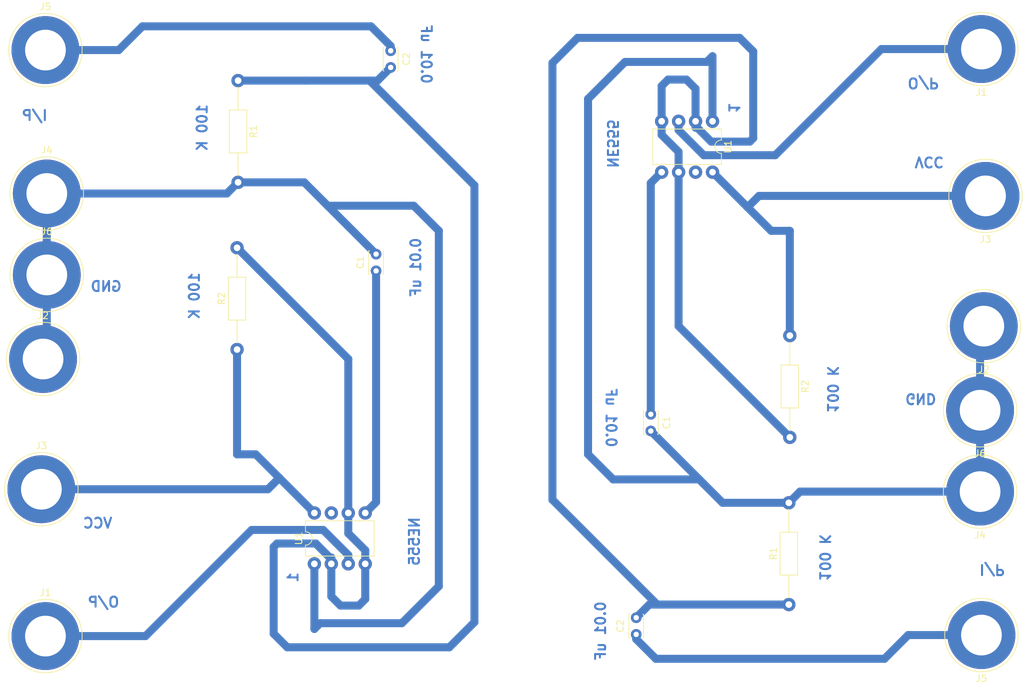
<source format=kicad_pcb>
(kicad_pcb (version 4) (host pcbnew 4.0.6)

  (general
    (links 37)
    (no_connects 7)
    (area 36.873399 29.379 190.710601 132.8238)
    (thickness 1.6)
    (drawings 31)
    (tracks 132)
    (zones 0)
    (modules 22)
    (nets 8)
  )

  (page A4)
  (layers
    (0 F.Cu signal)
    (31 B.Cu signal)
    (32 B.Adhes user)
    (33 F.Adhes user)
    (34 B.Paste user)
    (35 F.Paste user)
    (36 B.SilkS user)
    (37 F.SilkS user)
    (38 B.Mask user)
    (39 F.Mask user)
    (40 Dwgs.User user)
    (41 Cmts.User user)
    (42 Eco1.User user)
    (43 Eco2.User user)
    (44 Edge.Cuts user)
    (45 Margin user)
    (46 B.CrtYd user)
    (47 F.CrtYd user)
    (48 B.Fab user)
    (49 F.Fab user)
  )

  (setup
    (last_trace_width 1.2)
    (trace_clearance 0.43)
    (zone_clearance 0.508)
    (zone_45_only no)
    (trace_min 0.2)
    (segment_width 0.2)
    (edge_width 0.15)
    (via_size 0.6)
    (via_drill 0.4)
    (via_min_size 0.4)
    (via_min_drill 0.3)
    (uvia_size 0.3)
    (uvia_drill 0.1)
    (uvias_allowed no)
    (uvia_min_size 0.2)
    (uvia_min_drill 0.1)
    (pcb_text_width 0.3)
    (pcb_text_size 1.5 1.5)
    (mod_edge_width 0.15)
    (mod_text_size 1 1)
    (mod_text_width 0.15)
    (pad_size 2 2)
    (pad_drill 1)
    (pad_to_mask_clearance 0.3)
    (aux_axis_origin 0 0)
    (visible_elements 7FFFFFFF)
    (pcbplotparams
      (layerselection 0x00030_80000001)
      (usegerberextensions false)
      (excludeedgelayer true)
      (linewidth 0.100000)
      (plotframeref false)
      (viasonmask false)
      (mode 1)
      (useauxorigin false)
      (hpglpennumber 1)
      (hpglpenspeed 20)
      (hpglpendiameter 15)
      (hpglpenoverlay 2)
      (psnegative false)
      (psa4output false)
      (plotreference true)
      (plotvalue true)
      (plotinvisibletext false)
      (padsonsilk false)
      (subtractmaskfromsilk false)
      (outputformat 1)
      (mirror false)
      (drillshape 1)
      (scaleselection 1)
      (outputdirectory ""))
  )

  (net 0 "")
  (net 1 "Net-(C1-Pad1)")
  (net 2 GND)
  (net 3 "Net-(C2-Pad1)")
  (net 4 "Net-(C2-Pad2)")
  (net 5 "Net-(J1-Pad1)")
  (net 6 "Net-(J3-Pad1)")
  (net 7 "Net-(U1-Pad7)")

  (net_class Default "This is the default net class."
    (clearance 0.43)
    (trace_width 1.2)
    (via_dia 0.6)
    (via_drill 0.4)
    (uvia_dia 0.3)
    (uvia_drill 0.1)
    (add_net GND)
    (add_net "Net-(C1-Pad1)")
    (add_net "Net-(C2-Pad1)")
    (add_net "Net-(C2-Pad2)")
    (add_net "Net-(J1-Pad1)")
    (add_net "Net-(J3-Pad1)")
    (add_net "Net-(U1-Pad7)")
  )

  (module Connectors:Banana_Jack_1Pin (layer F.Cu) (tedit 59774291) (tstamp 59E41E36)
    (at 183.6928 91.186 180)
    (descr "Single banana socket, footprint - 6mm drill")
    (tags "banana socket")
    (path /59E34FFA)
    (fp_text reference J6 (at 0 -6.5 180) (layer F.SilkS)
      (effects (font (size 1 1) (thickness 0.15)))
    )
    (fp_text value GND (at -0.25 6.5 180) (layer F.Fab)
      (effects (font (size 1 1) (thickness 0.15)))
    )
    (fp_text user %R (at 0 0 180) (layer F.Fab)
      (effects (font (size 0.8 0.8) (thickness 0.12)))
    )
    (fp_circle (center 0 0) (end 5.75 0) (layer F.CrtYd) (width 0.05))
    (fp_circle (center 0 0) (end 2 0) (layer F.Fab) (width 0.1))
    (fp_circle (center 0 0) (end 4.85 0.05) (layer F.Fab) (width 0.1))
    (fp_circle (center 0 0) (end 5.5 0) (layer F.SilkS) (width 0.12))
    (pad 1 thru_hole circle (at 0 0 180) (size 10.16 10.16) (drill 6.1) (layers *.Cu *.Mask)
      (net 2 GND))
    (model ${KISYS3DMOD}/Connectors.3dshapes/Banana_Jack_1Pin.wrl
      (at (xyz 0 0 0))
      (scale (xyz 2 2 2))
      (rotate (xyz 0 0 0))
    )
  )

  (module Connectors:Banana_Jack_1Pin (layer F.Cu) (tedit 59774291) (tstamp 59E41E2D)
    (at 183.896 124.8664 180)
    (descr "Single banana socket, footprint - 6mm drill")
    (tags "banana socket")
    (path /59E34FCB)
    (fp_text reference J5 (at 0 -6.5 180) (layer F.SilkS)
      (effects (font (size 1 1) (thickness 0.15)))
    )
    (fp_text value I/P (at -0.25 6.5 180) (layer F.Fab)
      (effects (font (size 1 1) (thickness 0.15)))
    )
    (fp_text user %R (at 0 0 180) (layer F.Fab)
      (effects (font (size 0.8 0.8) (thickness 0.12)))
    )
    (fp_circle (center 0 0) (end 5.75 0) (layer F.CrtYd) (width 0.05))
    (fp_circle (center 0 0) (end 2 0) (layer F.Fab) (width 0.1))
    (fp_circle (center 0 0) (end 4.85 0.05) (layer F.Fab) (width 0.1))
    (fp_circle (center 0 0) (end 5.5 0) (layer F.SilkS) (width 0.12))
    (pad 1 thru_hole circle (at 0 0 180) (size 10.16 10.16) (drill 6.1) (layers *.Cu *.Mask)
      (net 3 "Net-(C2-Pad1)"))
    (model ${KISYS3DMOD}/Connectors.3dshapes/Banana_Jack_1Pin.wrl
      (at (xyz 0 0 0))
      (scale (xyz 2 2 2))
      (rotate (xyz 0 0 0))
    )
  )

  (module Connectors:Banana_Jack_1Pin (layer F.Cu) (tedit 59774291) (tstamp 59E41E24)
    (at 183.6928 103.378 180)
    (descr "Single banana socket, footprint - 6mm drill")
    (tags "banana socket")
    (path /59E34D8F)
    (fp_text reference J4 (at 0 -6.5 180) (layer F.SilkS)
      (effects (font (size 1 1) (thickness 0.15)))
    )
    (fp_text value GND (at -0.25 6.5 180) (layer F.Fab)
      (effects (font (size 1 1) (thickness 0.15)))
    )
    (fp_text user %R (at 0 0 180) (layer F.Fab)
      (effects (font (size 0.8 0.8) (thickness 0.12)))
    )
    (fp_circle (center 0 0) (end 5.75 0) (layer F.CrtYd) (width 0.05))
    (fp_circle (center 0 0) (end 2 0) (layer F.Fab) (width 0.1))
    (fp_circle (center 0 0) (end 4.85 0.05) (layer F.Fab) (width 0.1))
    (fp_circle (center 0 0) (end 5.5 0) (layer F.SilkS) (width 0.12))
    (pad 1 thru_hole circle (at 0 0 180) (size 10.16 10.16) (drill 6.1) (layers *.Cu *.Mask)
      (net 2 GND))
    (model ${KISYS3DMOD}/Connectors.3dshapes/Banana_Jack_1Pin.wrl
      (at (xyz 0 0 0))
      (scale (xyz 2 2 2))
      (rotate (xyz 0 0 0))
    )
  )

  (module Connectors:Banana_Jack_1Pin (layer F.Cu) (tedit 59774291) (tstamp 59E41E1B)
    (at 184.5056 59.0804 180)
    (descr "Single banana socket, footprint - 6mm drill")
    (tags "banana socket")
    (path /59E34C66)
    (fp_text reference J3 (at 0 -6.5 180) (layer F.SilkS)
      (effects (font (size 1 1) (thickness 0.15)))
    )
    (fp_text value VCC (at -0.25 6.5 180) (layer F.Fab)
      (effects (font (size 1 1) (thickness 0.15)))
    )
    (fp_text user %R (at 0 0 180) (layer F.Fab)
      (effects (font (size 0.8 0.8) (thickness 0.12)))
    )
    (fp_circle (center 0 0) (end 5.75 0) (layer F.CrtYd) (width 0.05))
    (fp_circle (center 0 0) (end 2 0) (layer F.Fab) (width 0.1))
    (fp_circle (center 0 0) (end 4.85 0.05) (layer F.Fab) (width 0.1))
    (fp_circle (center 0 0) (end 5.5 0) (layer F.SilkS) (width 0.12))
    (pad 1 thru_hole circle (at 0 0 180) (size 10.16 10.16) (drill 6.1) (layers *.Cu *.Mask)
      (net 6 "Net-(J3-Pad1)"))
    (model ${KISYS3DMOD}/Connectors.3dshapes/Banana_Jack_1Pin.wrl
      (at (xyz 0 0 0))
      (scale (xyz 2 2 2))
      (rotate (xyz 0 0 0))
    )
  )

  (module Connectors:Banana_Jack_1Pin (layer F.Cu) (tedit 59774291) (tstamp 59E41E12)
    (at 184.2516 78.5876 180)
    (descr "Single banana socket, footprint - 6mm drill")
    (tags "banana socket")
    (path /59E34F50)
    (fp_text reference J2 (at 0 -6.5 180) (layer F.SilkS)
      (effects (font (size 1 1) (thickness 0.15)))
    )
    (fp_text value GND (at -0.25 6.5 180) (layer F.Fab)
      (effects (font (size 1 1) (thickness 0.15)))
    )
    (fp_text user %R (at 0 0 180) (layer F.Fab)
      (effects (font (size 0.8 0.8) (thickness 0.12)))
    )
    (fp_circle (center 0 0) (end 5.75 0) (layer F.CrtYd) (width 0.05))
    (fp_circle (center 0 0) (end 2 0) (layer F.Fab) (width 0.1))
    (fp_circle (center 0 0) (end 4.85 0.05) (layer F.Fab) (width 0.1))
    (fp_circle (center 0 0) (end 5.5 0) (layer F.SilkS) (width 0.12))
    (pad 1 thru_hole circle (at 0 0 180) (size 10.16 10.16) (drill 6.1) (layers *.Cu *.Mask)
      (net 2 GND))
    (model ${KISYS3DMOD}/Connectors.3dshapes/Banana_Jack_1Pin.wrl
      (at (xyz 0 0 0))
      (scale (xyz 2 2 2))
      (rotate (xyz 0 0 0))
    )
  )

  (module Connectors:Banana_Jack_1Pin (layer F.Cu) (tedit 59774291) (tstamp 59E41E09)
    (at 183.896 37.084 180)
    (descr "Single banana socket, footprint - 6mm drill")
    (tags "banana socket")
    (path /59E34EB7)
    (fp_text reference J1 (at 0 -6.5 180) (layer F.SilkS)
      (effects (font (size 1 1) (thickness 0.15)))
    )
    (fp_text value O/P (at -0.25 6.5 180) (layer F.Fab)
      (effects (font (size 1 1) (thickness 0.15)))
    )
    (fp_text user %R (at 0 0 180) (layer F.Fab)
      (effects (font (size 0.8 0.8) (thickness 0.12)))
    )
    (fp_circle (center 0 0) (end 5.75 0) (layer F.CrtYd) (width 0.05))
    (fp_circle (center 0 0) (end 2 0) (layer F.Fab) (width 0.1))
    (fp_circle (center 0 0) (end 4.85 0.05) (layer F.Fab) (width 0.1))
    (fp_circle (center 0 0) (end 5.5 0) (layer F.SilkS) (width 0.12))
    (pad 1 thru_hole circle (at 0 0 180) (size 10.16 10.16) (drill 6.1) (layers *.Cu *.Mask)
      (net 5 "Net-(J1-Pad1)"))
    (model ${KISYS3DMOD}/Connectors.3dshapes/Banana_Jack_1Pin.wrl
      (at (xyz 0 0 0))
      (scale (xyz 2 2 2))
      (rotate (xyz 0 0 0))
    )
  )

  (module Housings_DIP:DIP-8_W7.62mm (layer F.Cu) (tedit 59E352FA) (tstamp 59E41DEE)
    (at 143.6116 47.9048 270)
    (descr "8-lead though-hole mounted DIP package, row spacing 7.62 mm (300 mils)")
    (tags "THT DIP DIL PDIP 2.54mm 7.62mm 300mil")
    (path /59E30309)
    (clearance 0.2)
    (fp_text reference U1 (at 3.81 -2.33 270) (layer F.SilkS)
      (effects (font (size 1 1) (thickness 0.15)))
    )
    (fp_text value LM555N (at 3.81 9.95 270) (layer F.Fab)
      (effects (font (size 1 1) (thickness 0.15)))
    )
    (fp_arc (start 3.81 -1.33) (end 2.81 -1.33) (angle -180) (layer F.SilkS) (width 0.12))
    (fp_line (start 1.635 -1.27) (end 6.985 -1.27) (layer F.Fab) (width 0.1))
    (fp_line (start 6.985 -1.27) (end 6.985 8.89) (layer F.Fab) (width 0.1))
    (fp_line (start 6.985 8.89) (end 0.635 8.89) (layer F.Fab) (width 0.1))
    (fp_line (start 0.635 8.89) (end 0.635 -0.27) (layer F.Fab) (width 0.1))
    (fp_line (start 0.635 -0.27) (end 1.635 -1.27) (layer F.Fab) (width 0.1))
    (fp_line (start 2.81 -1.33) (end 1.16 -1.33) (layer F.SilkS) (width 0.12))
    (fp_line (start 1.16 -1.33) (end 1.16 8.95) (layer F.SilkS) (width 0.12))
    (fp_line (start 1.16 8.95) (end 6.46 8.95) (layer F.SilkS) (width 0.12))
    (fp_line (start 6.46 8.95) (end 6.46 -1.33) (layer F.SilkS) (width 0.12))
    (fp_line (start 6.46 -1.33) (end 4.81 -1.33) (layer F.SilkS) (width 0.12))
    (fp_line (start -1.1 -1.55) (end -1.1 9.15) (layer F.CrtYd) (width 0.05))
    (fp_line (start -1.1 9.15) (end 8.7 9.15) (layer F.CrtYd) (width 0.05))
    (fp_line (start 8.7 9.15) (end 8.7 -1.55) (layer F.CrtYd) (width 0.05))
    (fp_line (start 8.7 -1.55) (end -1.1 -1.55) (layer F.CrtYd) (width 0.05))
    (fp_text user %R (at 3.81 3.81 270) (layer F.Fab)
      (effects (font (size 1 1) (thickness 0.15)))
    )
    (pad 1 thru_hole circle (at 0 0 270) (size 2 2) (drill 1) (layers *.Cu *.Mask)
      (net 2 GND))
    (pad 5 thru_hole circle (at 7.62 7.62 270) (size 2 2) (drill 1) (layers *.Cu *.Mask)
      (net 1 "Net-(C1-Pad1)"))
    (pad 2 thru_hole circle (at 0 2.54 270) (size 2 2) (drill 1) (layers *.Cu *.Mask)
      (net 4 "Net-(C2-Pad2)"))
    (pad 6 thru_hole circle (at 7.62 5.08 270) (size 2 2) (drill 1) (layers *.Cu *.Mask)
      (net 4 "Net-(C2-Pad2)"))
    (pad 3 thru_hole circle (at 0 5.08 270) (size 2 2) (drill 1) (layers *.Cu *.Mask)
      (net 5 "Net-(J1-Pad1)"))
    (pad 7 thru_hole circle (at 7.62 2.54 270) (size 2 2) (drill 1) (layers *.Cu *.Mask)
      (net 7 "Net-(U1-Pad7)"))
    (pad 4 thru_hole circle (at 0 7.62 270) (size 2 2) (drill 1) (layers *.Cu *.Mask)
      (net 4 "Net-(C2-Pad2)"))
    (pad 8 thru_hole circle (at 7.62 0 270) (size 2 2) (drill 1) (layers *.Cu *.Mask)
      (net 6 "Net-(J3-Pad1)"))
    (model ${KISYS3DMOD}/Housings_DIP.3dshapes/DIP-8_W7.62mm.wrl
      (at (xyz 0 0 0))
      (scale (xyz 1 1 1))
      (rotate (xyz 0 0 0))
    )
  )

  (module Resistors_THT:R_Axial_DIN0207_L6.3mm_D2.5mm_P15.24mm_Horizontal (layer F.Cu) (tedit 59E35295) (tstamp 59E41DD9)
    (at 155.194 80.01 270)
    (descr "Resistor, Axial_DIN0207 series, Axial, Horizontal, pin pitch=15.24mm, 0.25W = 1/4W, length*diameter=6.3*2.5mm^2, http://cdn-reichelt.de/documents/datenblatt/B400/1_4W%23YAG.pdf")
    (tags "Resistor Axial_DIN0207 series Axial Horizontal pin pitch 15.24mm 0.25W = 1/4W length 6.3mm diameter 2.5mm")
    (path /59E31074)
    (fp_text reference R2 (at 7.62 -2.31 270) (layer F.SilkS)
      (effects (font (size 1 1) (thickness 0.15)))
    )
    (fp_text value 100K (at 7.62 2.31 270) (layer F.Fab)
      (effects (font (size 1 1) (thickness 0.15)))
    )
    (fp_line (start 4.47 -1.25) (end 4.47 1.25) (layer F.Fab) (width 0.1))
    (fp_line (start 4.47 1.25) (end 10.77 1.25) (layer F.Fab) (width 0.1))
    (fp_line (start 10.77 1.25) (end 10.77 -1.25) (layer F.Fab) (width 0.1))
    (fp_line (start 10.77 -1.25) (end 4.47 -1.25) (layer F.Fab) (width 0.1))
    (fp_line (start 0 0) (end 4.47 0) (layer F.Fab) (width 0.1))
    (fp_line (start 15.24 0) (end 10.77 0) (layer F.Fab) (width 0.1))
    (fp_line (start 4.41 -1.31) (end 4.41 1.31) (layer F.SilkS) (width 0.12))
    (fp_line (start 4.41 1.31) (end 10.83 1.31) (layer F.SilkS) (width 0.12))
    (fp_line (start 10.83 1.31) (end 10.83 -1.31) (layer F.SilkS) (width 0.12))
    (fp_line (start 10.83 -1.31) (end 4.41 -1.31) (layer F.SilkS) (width 0.12))
    (fp_line (start 0.98 0) (end 4.41 0) (layer F.SilkS) (width 0.12))
    (fp_line (start 14.26 0) (end 10.83 0) (layer F.SilkS) (width 0.12))
    (fp_line (start -1.05 -1.6) (end -1.05 1.6) (layer F.CrtYd) (width 0.05))
    (fp_line (start -1.05 1.6) (end 16.3 1.6) (layer F.CrtYd) (width 0.05))
    (fp_line (start 16.3 1.6) (end 16.3 -1.6) (layer F.CrtYd) (width 0.05))
    (fp_line (start 16.3 -1.6) (end -1.05 -1.6) (layer F.CrtYd) (width 0.05))
    (pad 1 thru_hole circle (at 0 0 270) (size 2 2) (drill 1) (layers *.Cu *.Mask)
      (net 6 "Net-(J3-Pad1)"))
    (pad 2 thru_hole circle (at 15.24 0 270) (size 2 2) (drill 1) (layers *.Cu *.Mask)
      (net 4 "Net-(C2-Pad2)"))
    (model ${KISYS3DMOD}/Resistors_THT.3dshapes/R_Axial_DIN0207_L6.3mm_D2.5mm_P15.24mm_Horizontal.wrl
      (at (xyz 0 0 0))
      (scale (xyz 0.393701 0.393701 0.393701))
      (rotate (xyz 0 0 0))
    )
  )

  (module Resistors_THT:R_Axial_DIN0207_L6.3mm_D2.5mm_P15.24mm_Horizontal (layer F.Cu) (tedit 59E356FC) (tstamp 59E41DC4)
    (at 155.0416 120.2944 90)
    (descr "Resistor, Axial_DIN0207 series, Axial, Horizontal, pin pitch=15.24mm, 0.25W = 1/4W, length*diameter=6.3*2.5mm^2, http://cdn-reichelt.de/documents/datenblatt/B400/1_4W%23YAG.pdf")
    (tags "Resistor Axial_DIN0207 series Axial Horizontal pin pitch 15.24mm 0.25W = 1/4W length 6.3mm diameter 2.5mm")
    (path /59E30532)
    (fp_text reference R1 (at 7.62 -2.31 90) (layer F.SilkS)
      (effects (font (size 1 1) (thickness 0.15)))
    )
    (fp_text value 100k (at 7.62 2.31 90) (layer F.Fab)
      (effects (font (size 1 1) (thickness 0.15)))
    )
    (fp_line (start 4.47 -1.25) (end 4.47 1.25) (layer F.Fab) (width 0.1))
    (fp_line (start 4.47 1.25) (end 10.77 1.25) (layer F.Fab) (width 0.1))
    (fp_line (start 10.77 1.25) (end 10.77 -1.25) (layer F.Fab) (width 0.1))
    (fp_line (start 10.77 -1.25) (end 4.47 -1.25) (layer F.Fab) (width 0.1))
    (fp_line (start 0 0) (end 4.47 0) (layer F.Fab) (width 0.1))
    (fp_line (start 15.24 0) (end 10.77 0) (layer F.Fab) (width 0.1))
    (fp_line (start 4.41 -1.31) (end 4.41 1.31) (layer F.SilkS) (width 0.12))
    (fp_line (start 4.41 1.31) (end 10.83 1.31) (layer F.SilkS) (width 0.12))
    (fp_line (start 10.83 1.31) (end 10.83 -1.31) (layer F.SilkS) (width 0.12))
    (fp_line (start 10.83 -1.31) (end 4.41 -1.31) (layer F.SilkS) (width 0.12))
    (fp_line (start 0.98 0) (end 4.41 0) (layer F.SilkS) (width 0.12))
    (fp_line (start 14.26 0) (end 10.83 0) (layer F.SilkS) (width 0.12))
    (fp_line (start -1.05 -1.6) (end -1.05 1.6) (layer F.CrtYd) (width 0.05))
    (fp_line (start -1.05 1.6) (end 16.3 1.6) (layer F.CrtYd) (width 0.05))
    (fp_line (start 16.3 1.6) (end 16.3 -1.6) (layer F.CrtYd) (width 0.05))
    (fp_line (start 16.3 -1.6) (end -1.05 -1.6) (layer F.CrtYd) (width 0.05))
    (pad 1 thru_hole circle (at 0 0 90) (size 2 2) (drill 1) (layers *.Cu *.Mask)
      (net 4 "Net-(C2-Pad2)"))
    (pad 2 thru_hole circle (at 15.24 0 90) (size 2 2) (drill 1) (layers *.Cu *.Mask)
      (net 2 GND))
    (model ${KISYS3DMOD}/Resistors_THT.3dshapes/R_Axial_DIN0207_L6.3mm_D2.5mm_P15.24mm_Horizontal.wrl
      (at (xyz 0 0 0))
      (scale (xyz 0.393701 0.393701 0.393701))
      (rotate (xyz 0 0 0))
    )
  )

  (module Capacitors_THT:C_Disc_D3.4mm_W2.1mm_P2.50mm (layer F.Cu) (tedit 597BC7C2) (tstamp 59E41DB0)
    (at 132.1816 124.7648 90)
    (descr "C, Disc series, Radial, pin pitch=2.50mm, , diameter*width=3.4*2.1mm^2, Capacitor, http://www.vishay.com/docs/45233/krseries.pdf")
    (tags "C Disc series Radial pin pitch 2.50mm  diameter 3.4mm width 2.1mm Capacitor")
    (path /59E30E15)
    (fp_text reference C2 (at 1.25 -2.36 90) (layer F.SilkS)
      (effects (font (size 1 1) (thickness 0.15)))
    )
    (fp_text value 0.01uF (at 1.25 2.36 90) (layer F.Fab)
      (effects (font (size 1 1) (thickness 0.15)))
    )
    (fp_line (start -0.45 -1.05) (end -0.45 1.05) (layer F.Fab) (width 0.1))
    (fp_line (start -0.45 1.05) (end 2.95 1.05) (layer F.Fab) (width 0.1))
    (fp_line (start 2.95 1.05) (end 2.95 -1.05) (layer F.Fab) (width 0.1))
    (fp_line (start 2.95 -1.05) (end -0.45 -1.05) (layer F.Fab) (width 0.1))
    (fp_line (start -0.51 -1.11) (end 3.01 -1.11) (layer F.SilkS) (width 0.12))
    (fp_line (start -0.51 1.11) (end 3.01 1.11) (layer F.SilkS) (width 0.12))
    (fp_line (start -0.51 -1.11) (end -0.51 -0.996) (layer F.SilkS) (width 0.12))
    (fp_line (start -0.51 0.996) (end -0.51 1.11) (layer F.SilkS) (width 0.12))
    (fp_line (start 3.01 -1.11) (end 3.01 -0.996) (layer F.SilkS) (width 0.12))
    (fp_line (start 3.01 0.996) (end 3.01 1.11) (layer F.SilkS) (width 0.12))
    (fp_line (start -1.05 -1.4) (end -1.05 1.4) (layer F.CrtYd) (width 0.05))
    (fp_line (start -1.05 1.4) (end 3.55 1.4) (layer F.CrtYd) (width 0.05))
    (fp_line (start 3.55 1.4) (end 3.55 -1.4) (layer F.CrtYd) (width 0.05))
    (fp_line (start 3.55 -1.4) (end -1.05 -1.4) (layer F.CrtYd) (width 0.05))
    (fp_text user %R (at 1.25 0 90) (layer F.Fab)
      (effects (font (size 1 1) (thickness 0.15)))
    )
    (pad 1 thru_hole circle (at 0 0 90) (size 1.6 1.6) (drill 0.8) (layers *.Cu *.Mask)
      (net 3 "Net-(C2-Pad1)"))
    (pad 2 thru_hole circle (at 2.5 0 90) (size 1.6 1.6) (drill 0.8) (layers *.Cu *.Mask)
      (net 4 "Net-(C2-Pad2)"))
    (model ${KISYS3DMOD}/Capacitors_THT.3dshapes/C_Disc_D3.4mm_W2.1mm_P2.50mm.wrl
      (at (xyz 0 0 0))
      (scale (xyz 1 1 1))
      (rotate (xyz 0 0 0))
    )
  )

  (module Capacitors_THT:C_Disc_D3.4mm_W2.1mm_P2.50mm (layer F.Cu) (tedit 597BC7C2) (tstamp 59E41D9C)
    (at 134.366 91.7956 270)
    (descr "C, Disc series, Radial, pin pitch=2.50mm, , diameter*width=3.4*2.1mm^2, Capacitor, http://www.vishay.com/docs/45233/krseries.pdf")
    (tags "C Disc series Radial pin pitch 2.50mm  diameter 3.4mm width 2.1mm Capacitor")
    (path /59E307D8)
    (fp_text reference C1 (at 1.25 -2.36 270) (layer F.SilkS)
      (effects (font (size 1 1) (thickness 0.15)))
    )
    (fp_text value 0.01uF (at 1.25 2.36 270) (layer F.Fab)
      (effects (font (size 1 1) (thickness 0.15)))
    )
    (fp_line (start -0.45 -1.05) (end -0.45 1.05) (layer F.Fab) (width 0.1))
    (fp_line (start -0.45 1.05) (end 2.95 1.05) (layer F.Fab) (width 0.1))
    (fp_line (start 2.95 1.05) (end 2.95 -1.05) (layer F.Fab) (width 0.1))
    (fp_line (start 2.95 -1.05) (end -0.45 -1.05) (layer F.Fab) (width 0.1))
    (fp_line (start -0.51 -1.11) (end 3.01 -1.11) (layer F.SilkS) (width 0.12))
    (fp_line (start -0.51 1.11) (end 3.01 1.11) (layer F.SilkS) (width 0.12))
    (fp_line (start -0.51 -1.11) (end -0.51 -0.996) (layer F.SilkS) (width 0.12))
    (fp_line (start -0.51 0.996) (end -0.51 1.11) (layer F.SilkS) (width 0.12))
    (fp_line (start 3.01 -1.11) (end 3.01 -0.996) (layer F.SilkS) (width 0.12))
    (fp_line (start 3.01 0.996) (end 3.01 1.11) (layer F.SilkS) (width 0.12))
    (fp_line (start -1.05 -1.4) (end -1.05 1.4) (layer F.CrtYd) (width 0.05))
    (fp_line (start -1.05 1.4) (end 3.55 1.4) (layer F.CrtYd) (width 0.05))
    (fp_line (start 3.55 1.4) (end 3.55 -1.4) (layer F.CrtYd) (width 0.05))
    (fp_line (start 3.55 -1.4) (end -1.05 -1.4) (layer F.CrtYd) (width 0.05))
    (fp_text user %R (at 1.25 0 270) (layer F.Fab)
      (effects (font (size 1 1) (thickness 0.15)))
    )
    (pad 1 thru_hole circle (at 0 0 270) (size 1.6 1.6) (drill 0.8) (layers *.Cu *.Mask)
      (net 1 "Net-(C1-Pad1)"))
    (pad 2 thru_hole circle (at 2.5 0 270) (size 1.6 1.6) (drill 0.8) (layers *.Cu *.Mask)
      (net 2 GND))
    (model ${KISYS3DMOD}/Capacitors_THT.3dshapes/C_Disc_D3.4mm_W2.1mm_P2.50mm.wrl
      (at (xyz 0 0 0))
      (scale (xyz 1 1 1))
      (rotate (xyz 0 0 0))
    )
  )

  (module Capacitors_THT:C_Disc_D3.4mm_W2.1mm_P2.50mm (layer F.Cu) (tedit 597BC7C2) (tstamp 59E34F25)
    (at 93.218 70.3072 90)
    (descr "C, Disc series, Radial, pin pitch=2.50mm, , diameter*width=3.4*2.1mm^2, Capacitor, http://www.vishay.com/docs/45233/krseries.pdf")
    (tags "C Disc series Radial pin pitch 2.50mm  diameter 3.4mm width 2.1mm Capacitor")
    (path /59E307D8)
    (fp_text reference C1 (at 1.25 -2.36 90) (layer F.SilkS)
      (effects (font (size 1 1) (thickness 0.15)))
    )
    (fp_text value 0.01uF (at 1.25 2.36 90) (layer F.Fab)
      (effects (font (size 1 1) (thickness 0.15)))
    )
    (fp_line (start -0.45 -1.05) (end -0.45 1.05) (layer F.Fab) (width 0.1))
    (fp_line (start -0.45 1.05) (end 2.95 1.05) (layer F.Fab) (width 0.1))
    (fp_line (start 2.95 1.05) (end 2.95 -1.05) (layer F.Fab) (width 0.1))
    (fp_line (start 2.95 -1.05) (end -0.45 -1.05) (layer F.Fab) (width 0.1))
    (fp_line (start -0.51 -1.11) (end 3.01 -1.11) (layer F.SilkS) (width 0.12))
    (fp_line (start -0.51 1.11) (end 3.01 1.11) (layer F.SilkS) (width 0.12))
    (fp_line (start -0.51 -1.11) (end -0.51 -0.996) (layer F.SilkS) (width 0.12))
    (fp_line (start -0.51 0.996) (end -0.51 1.11) (layer F.SilkS) (width 0.12))
    (fp_line (start 3.01 -1.11) (end 3.01 -0.996) (layer F.SilkS) (width 0.12))
    (fp_line (start 3.01 0.996) (end 3.01 1.11) (layer F.SilkS) (width 0.12))
    (fp_line (start -1.05 -1.4) (end -1.05 1.4) (layer F.CrtYd) (width 0.05))
    (fp_line (start -1.05 1.4) (end 3.55 1.4) (layer F.CrtYd) (width 0.05))
    (fp_line (start 3.55 1.4) (end 3.55 -1.4) (layer F.CrtYd) (width 0.05))
    (fp_line (start 3.55 -1.4) (end -1.05 -1.4) (layer F.CrtYd) (width 0.05))
    (fp_text user %R (at 1.25 0 90) (layer F.Fab)
      (effects (font (size 1 1) (thickness 0.15)))
    )
    (pad 1 thru_hole circle (at 0 0 90) (size 1.6 1.6) (drill 0.8) (layers *.Cu *.Mask)
      (net 1 "Net-(C1-Pad1)"))
    (pad 2 thru_hole circle (at 2.5 0 90) (size 1.6 1.6) (drill 0.8) (layers *.Cu *.Mask)
      (net 2 GND))
    (model ${KISYS3DMOD}/Capacitors_THT.3dshapes/C_Disc_D3.4mm_W2.1mm_P2.50mm.wrl
      (at (xyz 0 0 0))
      (scale (xyz 1 1 1))
      (rotate (xyz 0 0 0))
    )
  )

  (module Capacitors_THT:C_Disc_D3.4mm_W2.1mm_P2.50mm (layer F.Cu) (tedit 597BC7C2) (tstamp 59E34F2B)
    (at 95.4024 37.338 270)
    (descr "C, Disc series, Radial, pin pitch=2.50mm, , diameter*width=3.4*2.1mm^2, Capacitor, http://www.vishay.com/docs/45233/krseries.pdf")
    (tags "C Disc series Radial pin pitch 2.50mm  diameter 3.4mm width 2.1mm Capacitor")
    (path /59E30E15)
    (fp_text reference C2 (at 1.25 -2.36 270) (layer F.SilkS)
      (effects (font (size 1 1) (thickness 0.15)))
    )
    (fp_text value 0.01uF (at 1.25 2.36 270) (layer F.Fab)
      (effects (font (size 1 1) (thickness 0.15)))
    )
    (fp_line (start -0.45 -1.05) (end -0.45 1.05) (layer F.Fab) (width 0.1))
    (fp_line (start -0.45 1.05) (end 2.95 1.05) (layer F.Fab) (width 0.1))
    (fp_line (start 2.95 1.05) (end 2.95 -1.05) (layer F.Fab) (width 0.1))
    (fp_line (start 2.95 -1.05) (end -0.45 -1.05) (layer F.Fab) (width 0.1))
    (fp_line (start -0.51 -1.11) (end 3.01 -1.11) (layer F.SilkS) (width 0.12))
    (fp_line (start -0.51 1.11) (end 3.01 1.11) (layer F.SilkS) (width 0.12))
    (fp_line (start -0.51 -1.11) (end -0.51 -0.996) (layer F.SilkS) (width 0.12))
    (fp_line (start -0.51 0.996) (end -0.51 1.11) (layer F.SilkS) (width 0.12))
    (fp_line (start 3.01 -1.11) (end 3.01 -0.996) (layer F.SilkS) (width 0.12))
    (fp_line (start 3.01 0.996) (end 3.01 1.11) (layer F.SilkS) (width 0.12))
    (fp_line (start -1.05 -1.4) (end -1.05 1.4) (layer F.CrtYd) (width 0.05))
    (fp_line (start -1.05 1.4) (end 3.55 1.4) (layer F.CrtYd) (width 0.05))
    (fp_line (start 3.55 1.4) (end 3.55 -1.4) (layer F.CrtYd) (width 0.05))
    (fp_line (start 3.55 -1.4) (end -1.05 -1.4) (layer F.CrtYd) (width 0.05))
    (fp_text user %R (at 1.25 0 270) (layer F.Fab)
      (effects (font (size 1 1) (thickness 0.15)))
    )
    (pad 1 thru_hole circle (at 0 0 270) (size 1.6 1.6) (drill 0.8) (layers *.Cu *.Mask)
      (net 3 "Net-(C2-Pad1)"))
    (pad 2 thru_hole circle (at 2.5 0 270) (size 1.6 1.6) (drill 0.8) (layers *.Cu *.Mask)
      (net 4 "Net-(C2-Pad2)"))
    (model ${KISYS3DMOD}/Capacitors_THT.3dshapes/C_Disc_D3.4mm_W2.1mm_P2.50mm.wrl
      (at (xyz 0 0 0))
      (scale (xyz 1 1 1))
      (rotate (xyz 0 0 0))
    )
  )

  (module Resistors_THT:R_Axial_DIN0207_L6.3mm_D2.5mm_P15.24mm_Horizontal (layer F.Cu) (tedit 59E356FC) (tstamp 59E34F4F)
    (at 72.5424 41.8084 270)
    (descr "Resistor, Axial_DIN0207 series, Axial, Horizontal, pin pitch=15.24mm, 0.25W = 1/4W, length*diameter=6.3*2.5mm^2, http://cdn-reichelt.de/documents/datenblatt/B400/1_4W%23YAG.pdf")
    (tags "Resistor Axial_DIN0207 series Axial Horizontal pin pitch 15.24mm 0.25W = 1/4W length 6.3mm diameter 2.5mm")
    (path /59E30532)
    (fp_text reference R1 (at 7.62 -2.31 270) (layer F.SilkS)
      (effects (font (size 1 1) (thickness 0.15)))
    )
    (fp_text value 100k (at 7.62 2.31 270) (layer F.Fab)
      (effects (font (size 1 1) (thickness 0.15)))
    )
    (fp_line (start 4.47 -1.25) (end 4.47 1.25) (layer F.Fab) (width 0.1))
    (fp_line (start 4.47 1.25) (end 10.77 1.25) (layer F.Fab) (width 0.1))
    (fp_line (start 10.77 1.25) (end 10.77 -1.25) (layer F.Fab) (width 0.1))
    (fp_line (start 10.77 -1.25) (end 4.47 -1.25) (layer F.Fab) (width 0.1))
    (fp_line (start 0 0) (end 4.47 0) (layer F.Fab) (width 0.1))
    (fp_line (start 15.24 0) (end 10.77 0) (layer F.Fab) (width 0.1))
    (fp_line (start 4.41 -1.31) (end 4.41 1.31) (layer F.SilkS) (width 0.12))
    (fp_line (start 4.41 1.31) (end 10.83 1.31) (layer F.SilkS) (width 0.12))
    (fp_line (start 10.83 1.31) (end 10.83 -1.31) (layer F.SilkS) (width 0.12))
    (fp_line (start 10.83 -1.31) (end 4.41 -1.31) (layer F.SilkS) (width 0.12))
    (fp_line (start 0.98 0) (end 4.41 0) (layer F.SilkS) (width 0.12))
    (fp_line (start 14.26 0) (end 10.83 0) (layer F.SilkS) (width 0.12))
    (fp_line (start -1.05 -1.6) (end -1.05 1.6) (layer F.CrtYd) (width 0.05))
    (fp_line (start -1.05 1.6) (end 16.3 1.6) (layer F.CrtYd) (width 0.05))
    (fp_line (start 16.3 1.6) (end 16.3 -1.6) (layer F.CrtYd) (width 0.05))
    (fp_line (start 16.3 -1.6) (end -1.05 -1.6) (layer F.CrtYd) (width 0.05))
    (pad 1 thru_hole circle (at 0 0 270) (size 2 2) (drill 1) (layers *.Cu *.Mask)
      (net 4 "Net-(C2-Pad2)"))
    (pad 2 thru_hole circle (at 15.24 0 270) (size 2 2) (drill 1) (layers *.Cu *.Mask)
      (net 2 GND))
    (model ${KISYS3DMOD}/Resistors_THT.3dshapes/R_Axial_DIN0207_L6.3mm_D2.5mm_P15.24mm_Horizontal.wrl
      (at (xyz 0 0 0))
      (scale (xyz 0.393701 0.393701 0.393701))
      (rotate (xyz 0 0 0))
    )
  )

  (module Resistors_THT:R_Axial_DIN0207_L6.3mm_D2.5mm_P15.24mm_Horizontal (layer F.Cu) (tedit 59E35295) (tstamp 59E34F55)
    (at 72.39 82.0928 90)
    (descr "Resistor, Axial_DIN0207 series, Axial, Horizontal, pin pitch=15.24mm, 0.25W = 1/4W, length*diameter=6.3*2.5mm^2, http://cdn-reichelt.de/documents/datenblatt/B400/1_4W%23YAG.pdf")
    (tags "Resistor Axial_DIN0207 series Axial Horizontal pin pitch 15.24mm 0.25W = 1/4W length 6.3mm diameter 2.5mm")
    (path /59E31074)
    (fp_text reference R2 (at 7.62 -2.31 90) (layer F.SilkS)
      (effects (font (size 1 1) (thickness 0.15)))
    )
    (fp_text value 100K (at 7.62 2.31 90) (layer F.Fab)
      (effects (font (size 1 1) (thickness 0.15)))
    )
    (fp_line (start 4.47 -1.25) (end 4.47 1.25) (layer F.Fab) (width 0.1))
    (fp_line (start 4.47 1.25) (end 10.77 1.25) (layer F.Fab) (width 0.1))
    (fp_line (start 10.77 1.25) (end 10.77 -1.25) (layer F.Fab) (width 0.1))
    (fp_line (start 10.77 -1.25) (end 4.47 -1.25) (layer F.Fab) (width 0.1))
    (fp_line (start 0 0) (end 4.47 0) (layer F.Fab) (width 0.1))
    (fp_line (start 15.24 0) (end 10.77 0) (layer F.Fab) (width 0.1))
    (fp_line (start 4.41 -1.31) (end 4.41 1.31) (layer F.SilkS) (width 0.12))
    (fp_line (start 4.41 1.31) (end 10.83 1.31) (layer F.SilkS) (width 0.12))
    (fp_line (start 10.83 1.31) (end 10.83 -1.31) (layer F.SilkS) (width 0.12))
    (fp_line (start 10.83 -1.31) (end 4.41 -1.31) (layer F.SilkS) (width 0.12))
    (fp_line (start 0.98 0) (end 4.41 0) (layer F.SilkS) (width 0.12))
    (fp_line (start 14.26 0) (end 10.83 0) (layer F.SilkS) (width 0.12))
    (fp_line (start -1.05 -1.6) (end -1.05 1.6) (layer F.CrtYd) (width 0.05))
    (fp_line (start -1.05 1.6) (end 16.3 1.6) (layer F.CrtYd) (width 0.05))
    (fp_line (start 16.3 1.6) (end 16.3 -1.6) (layer F.CrtYd) (width 0.05))
    (fp_line (start 16.3 -1.6) (end -1.05 -1.6) (layer F.CrtYd) (width 0.05))
    (pad 1 thru_hole circle (at 0 0 90) (size 2 2) (drill 1) (layers *.Cu *.Mask)
      (net 6 "Net-(J3-Pad1)"))
    (pad 2 thru_hole circle (at 15.24 0 90) (size 2 2) (drill 1) (layers *.Cu *.Mask)
      (net 4 "Net-(C2-Pad2)"))
    (model ${KISYS3DMOD}/Resistors_THT.3dshapes/R_Axial_DIN0207_L6.3mm_D2.5mm_P15.24mm_Horizontal.wrl
      (at (xyz 0 0 0))
      (scale (xyz 0.393701 0.393701 0.393701))
      (rotate (xyz 0 0 0))
    )
  )

  (module Housings_DIP:DIP-8_W7.62mm (layer F.Cu) (tedit 59E352FA) (tstamp 59E34F61)
    (at 83.9724 114.198 90)
    (descr "8-lead though-hole mounted DIP package, row spacing 7.62 mm (300 mils)")
    (tags "THT DIP DIL PDIP 2.54mm 7.62mm 300mil")
    (path /59E30309)
    (clearance 0.2)
    (fp_text reference U1 (at 3.81 -2.33 90) (layer F.SilkS)
      (effects (font (size 1 1) (thickness 0.15)))
    )
    (fp_text value LM555N (at 3.81 9.95 90) (layer F.Fab)
      (effects (font (size 1 1) (thickness 0.15)))
    )
    (fp_arc (start 3.81 -1.33) (end 2.81 -1.33) (angle -180) (layer F.SilkS) (width 0.12))
    (fp_line (start 1.635 -1.27) (end 6.985 -1.27) (layer F.Fab) (width 0.1))
    (fp_line (start 6.985 -1.27) (end 6.985 8.89) (layer F.Fab) (width 0.1))
    (fp_line (start 6.985 8.89) (end 0.635 8.89) (layer F.Fab) (width 0.1))
    (fp_line (start 0.635 8.89) (end 0.635 -0.27) (layer F.Fab) (width 0.1))
    (fp_line (start 0.635 -0.27) (end 1.635 -1.27) (layer F.Fab) (width 0.1))
    (fp_line (start 2.81 -1.33) (end 1.16 -1.33) (layer F.SilkS) (width 0.12))
    (fp_line (start 1.16 -1.33) (end 1.16 8.95) (layer F.SilkS) (width 0.12))
    (fp_line (start 1.16 8.95) (end 6.46 8.95) (layer F.SilkS) (width 0.12))
    (fp_line (start 6.46 8.95) (end 6.46 -1.33) (layer F.SilkS) (width 0.12))
    (fp_line (start 6.46 -1.33) (end 4.81 -1.33) (layer F.SilkS) (width 0.12))
    (fp_line (start -1.1 -1.55) (end -1.1 9.15) (layer F.CrtYd) (width 0.05))
    (fp_line (start -1.1 9.15) (end 8.7 9.15) (layer F.CrtYd) (width 0.05))
    (fp_line (start 8.7 9.15) (end 8.7 -1.55) (layer F.CrtYd) (width 0.05))
    (fp_line (start 8.7 -1.55) (end -1.1 -1.55) (layer F.CrtYd) (width 0.05))
    (fp_text user %R (at 3.81 3.81 90) (layer F.Fab)
      (effects (font (size 1 1) (thickness 0.15)))
    )
    (pad 1 thru_hole circle (at 0 0 90) (size 2 2) (drill 1) (layers *.Cu *.Mask)
      (net 2 GND))
    (pad 5 thru_hole circle (at 7.62 7.62 90) (size 2 2) (drill 1) (layers *.Cu *.Mask)
      (net 1 "Net-(C1-Pad1)"))
    (pad 2 thru_hole circle (at 0 2.54 90) (size 2 2) (drill 1) (layers *.Cu *.Mask)
      (net 4 "Net-(C2-Pad2)"))
    (pad 6 thru_hole circle (at 7.62 5.08 90) (size 2 2) (drill 1) (layers *.Cu *.Mask)
      (net 4 "Net-(C2-Pad2)"))
    (pad 3 thru_hole circle (at 0 5.08 90) (size 2 2) (drill 1) (layers *.Cu *.Mask)
      (net 5 "Net-(J1-Pad1)"))
    (pad 7 thru_hole circle (at 7.62 2.54 90) (size 2 2) (drill 1) (layers *.Cu *.Mask)
      (net 7 "Net-(U1-Pad7)"))
    (pad 4 thru_hole circle (at 0 7.62 90) (size 2 2) (drill 1) (layers *.Cu *.Mask)
      (net 4 "Net-(C2-Pad2)"))
    (pad 8 thru_hole circle (at 7.62 0 90) (size 2 2) (drill 1) (layers *.Cu *.Mask)
      (net 6 "Net-(J3-Pad1)"))
    (model ${KISYS3DMOD}/Housings_DIP.3dshapes/DIP-8_W7.62mm.wrl
      (at (xyz 0 0 0))
      (scale (xyz 1 1 1))
      (rotate (xyz 0 0 0))
    )
  )

  (module Connectors:Banana_Jack_1Pin (layer F.Cu) (tedit 59774291) (tstamp 59E35D92)
    (at 43.688 125.0188)
    (descr "Single banana socket, footprint - 6mm drill")
    (tags "banana socket")
    (path /59E34EB7)
    (fp_text reference J1 (at 0 -6.5) (layer F.SilkS)
      (effects (font (size 1 1) (thickness 0.15)))
    )
    (fp_text value O/P (at -0.25 6.5) (layer F.Fab)
      (effects (font (size 1 1) (thickness 0.15)))
    )
    (fp_text user %R (at 0 0) (layer F.Fab)
      (effects (font (size 0.8 0.8) (thickness 0.12)))
    )
    (fp_circle (center 0 0) (end 5.75 0) (layer F.CrtYd) (width 0.05))
    (fp_circle (center 0 0) (end 2 0) (layer F.Fab) (width 0.1))
    (fp_circle (center 0 0) (end 4.85 0.05) (layer F.Fab) (width 0.1))
    (fp_circle (center 0 0) (end 5.5 0) (layer F.SilkS) (width 0.12))
    (pad 1 thru_hole circle (at 0 0) (size 10.16 10.16) (drill 6.1) (layers *.Cu *.Mask)
      (net 5 "Net-(J1-Pad1)"))
    (model ${KISYS3DMOD}/Connectors.3dshapes/Banana_Jack_1Pin.wrl
      (at (xyz 0 0 0))
      (scale (xyz 2 2 2))
      (rotate (xyz 0 0 0))
    )
  )

  (module Connectors:Banana_Jack_1Pin (layer F.Cu) (tedit 59774291) (tstamp 59E35D96)
    (at 43.3324 83.5152)
    (descr "Single banana socket, footprint - 6mm drill")
    (tags "banana socket")
    (path /59E34F50)
    (fp_text reference J2 (at 0 -6.5) (layer F.SilkS)
      (effects (font (size 1 1) (thickness 0.15)))
    )
    (fp_text value GND (at -0.25 6.5) (layer F.Fab)
      (effects (font (size 1 1) (thickness 0.15)))
    )
    (fp_text user %R (at 0 0) (layer F.Fab)
      (effects (font (size 0.8 0.8) (thickness 0.12)))
    )
    (fp_circle (center 0 0) (end 5.75 0) (layer F.CrtYd) (width 0.05))
    (fp_circle (center 0 0) (end 2 0) (layer F.Fab) (width 0.1))
    (fp_circle (center 0 0) (end 4.85 0.05) (layer F.Fab) (width 0.1))
    (fp_circle (center 0 0) (end 5.5 0) (layer F.SilkS) (width 0.12))
    (pad 1 thru_hole circle (at 0 0) (size 10.16 10.16) (drill 6.1) (layers *.Cu *.Mask)
      (net 2 GND))
    (model ${KISYS3DMOD}/Connectors.3dshapes/Banana_Jack_1Pin.wrl
      (at (xyz 0 0 0))
      (scale (xyz 2 2 2))
      (rotate (xyz 0 0 0))
    )
  )

  (module Connectors:Banana_Jack_1Pin (layer F.Cu) (tedit 59774291) (tstamp 59E35D9A)
    (at 43.0784 103.0224)
    (descr "Single banana socket, footprint - 6mm drill")
    (tags "banana socket")
    (path /59E34C66)
    (fp_text reference J3 (at 0 -6.5) (layer F.SilkS)
      (effects (font (size 1 1) (thickness 0.15)))
    )
    (fp_text value VCC (at -0.25 6.5) (layer F.Fab)
      (effects (font (size 1 1) (thickness 0.15)))
    )
    (fp_text user %R (at 0 0) (layer F.Fab)
      (effects (font (size 0.8 0.8) (thickness 0.12)))
    )
    (fp_circle (center 0 0) (end 5.75 0) (layer F.CrtYd) (width 0.05))
    (fp_circle (center 0 0) (end 2 0) (layer F.Fab) (width 0.1))
    (fp_circle (center 0 0) (end 4.85 0.05) (layer F.Fab) (width 0.1))
    (fp_circle (center 0 0) (end 5.5 0) (layer F.SilkS) (width 0.12))
    (pad 1 thru_hole circle (at 0 0) (size 10.16 10.16) (drill 6.1) (layers *.Cu *.Mask)
      (net 6 "Net-(J3-Pad1)"))
    (model ${KISYS3DMOD}/Connectors.3dshapes/Banana_Jack_1Pin.wrl
      (at (xyz 0 0 0))
      (scale (xyz 2 2 2))
      (rotate (xyz 0 0 0))
    )
  )

  (module Connectors:Banana_Jack_1Pin (layer F.Cu) (tedit 59774291) (tstamp 59E35D9E)
    (at 43.8912 58.7248)
    (descr "Single banana socket, footprint - 6mm drill")
    (tags "banana socket")
    (path /59E34D8F)
    (fp_text reference J4 (at 0 -6.5) (layer F.SilkS)
      (effects (font (size 1 1) (thickness 0.15)))
    )
    (fp_text value GND (at -0.25 6.5) (layer F.Fab)
      (effects (font (size 1 1) (thickness 0.15)))
    )
    (fp_text user %R (at 0 0) (layer F.Fab)
      (effects (font (size 0.8 0.8) (thickness 0.12)))
    )
    (fp_circle (center 0 0) (end 5.75 0) (layer F.CrtYd) (width 0.05))
    (fp_circle (center 0 0) (end 2 0) (layer F.Fab) (width 0.1))
    (fp_circle (center 0 0) (end 4.85 0.05) (layer F.Fab) (width 0.1))
    (fp_circle (center 0 0) (end 5.5 0) (layer F.SilkS) (width 0.12))
    (pad 1 thru_hole circle (at 0 0) (size 10.16 10.16) (drill 6.1) (layers *.Cu *.Mask)
      (net 2 GND))
    (model ${KISYS3DMOD}/Connectors.3dshapes/Banana_Jack_1Pin.wrl
      (at (xyz 0 0 0))
      (scale (xyz 2 2 2))
      (rotate (xyz 0 0 0))
    )
  )

  (module Connectors:Banana_Jack_1Pin (layer F.Cu) (tedit 59774291) (tstamp 59E35DA2)
    (at 43.688 37.2364)
    (descr "Single banana socket, footprint - 6mm drill")
    (tags "banana socket")
    (path /59E34FCB)
    (fp_text reference J5 (at 0 -6.5) (layer F.SilkS)
      (effects (font (size 1 1) (thickness 0.15)))
    )
    (fp_text value I/P (at -0.25 6.5) (layer F.Fab)
      (effects (font (size 1 1) (thickness 0.15)))
    )
    (fp_text user %R (at 0 0) (layer F.Fab)
      (effects (font (size 0.8 0.8) (thickness 0.12)))
    )
    (fp_circle (center 0 0) (end 5.75 0) (layer F.CrtYd) (width 0.05))
    (fp_circle (center 0 0) (end 2 0) (layer F.Fab) (width 0.1))
    (fp_circle (center 0 0) (end 4.85 0.05) (layer F.Fab) (width 0.1))
    (fp_circle (center 0 0) (end 5.5 0) (layer F.SilkS) (width 0.12))
    (pad 1 thru_hole circle (at 0 0) (size 10.16 10.16) (drill 6.1) (layers *.Cu *.Mask)
      (net 3 "Net-(C2-Pad1)"))
    (model ${KISYS3DMOD}/Connectors.3dshapes/Banana_Jack_1Pin.wrl
      (at (xyz 0 0 0))
      (scale (xyz 2 2 2))
      (rotate (xyz 0 0 0))
    )
  )

  (module Connectors:Banana_Jack_1Pin (layer F.Cu) (tedit 59774291) (tstamp 59E35DA6)
    (at 43.8912 70.9168)
    (descr "Single banana socket, footprint - 6mm drill")
    (tags "banana socket")
    (path /59E34FFA)
    (fp_text reference J6 (at 0 -6.5) (layer F.SilkS)
      (effects (font (size 1 1) (thickness 0.15)))
    )
    (fp_text value GND (at -0.25 6.5) (layer F.Fab)
      (effects (font (size 1 1) (thickness 0.15)))
    )
    (fp_text user %R (at 0 0) (layer F.Fab)
      (effects (font (size 0.8 0.8) (thickness 0.12)))
    )
    (fp_circle (center 0 0) (end 5.75 0) (layer F.CrtYd) (width 0.05))
    (fp_circle (center 0 0) (end 2 0) (layer F.Fab) (width 0.1))
    (fp_circle (center 0 0) (end 4.85 0.05) (layer F.Fab) (width 0.1))
    (fp_circle (center 0 0) (end 5.5 0) (layer F.SilkS) (width 0.12))
    (pad 1 thru_hole circle (at 0 0) (size 10.16 10.16) (drill 6.1) (layers *.Cu *.Mask)
      (net 2 GND))
    (model ${KISYS3DMOD}/Connectors.3dshapes/Banana_Jack_1Pin.wrl
      (at (xyz 0 0 0))
      (scale (xyz 2 2 2))
      (rotate (xyz 0 0 0))
    )
  )

  (gr_line (start 37.8968 131.6736) (end 55.4736 131.6736) (angle 90) (layer F.Fab) (width 0.2))
  (gr_line (start 37.8968 116.332) (end 37.8968 131.6736) (angle 90) (layer F.Fab) (width 0.2))
  (gr_line (start 37.2364 49.1744) (end 37.338 49.1744) (angle 90) (layer F.Fab) (width 0.2))
  (gr_line (start 37.2364 30.3784) (end 37.2364 49.1744) (angle 90) (layer F.Fab) (width 0.2))
  (gr_line (start 61.3664 30.3276) (end 37.0332 30.3276) (angle 90) (layer F.Fab) (width 0.2))
  (gr_line (start 188.9252 44.6024) (end 188.976 44.6024) (angle 90) (layer F.Fab) (width 0.2))
  (gr_line (start 188.9252 30.226) (end 188.9252 44.6024) (angle 90) (layer F.Fab) (width 0.2))
  (gr_line (start 168.8592 30.226) (end 188.9252 30.226) (angle 90) (layer F.Fab) (width 0.2))
  (gr_line (start 169.7228 131.6228) (end 169.7228 131.4704) (angle 90) (layer F.Fab) (width 0.2))
  (gr_line (start 189.6364 131.6228) (end 169.7228 131.6228) (angle 90) (layer F.Fab) (width 0.2))
  (gr_line (start 189.6364 120.0404) (end 189.6364 131.6228) (angle 90) (layer F.Fab) (width 0.2))
  (gr_text I/P (at 185.5216 115.062 180) (layer B.Cu) (tstamp 59E41E8A)
    (effects (font (size 1.5 1.5) (thickness 0.3)) (justify mirror))
  )
  (gr_text GND (at 174.8028 89.4588 180) (layer B.Cu) (tstamp 59E41E89)
    (effects (font (size 1.5 1.5) (thickness 0.3)) (justify mirror))
  )
  (gr_text VCC (at 176.0728 54.0004 180) (layer B.Cu) (tstamp 59E41E88)
    (effects (font (size 1.5 1.5) (thickness 0.3)) (justify mirror))
  )
  (gr_text O/P (at 175.2092 42.164 180) (layer B.Cu) (tstamp 59E41E87)
    (effects (font (size 1.5 1.5) (thickness 0.3)) (justify mirror))
  )
  (gr_text NE555 (at 128.6256 51.2572 270) (layer B.Cu) (tstamp 59E41E86)
    (effects (font (size 1.5 1.5) (thickness 0.3)) (justify mirror))
  )
  (gr_text "0.01 uF" (at 128.4224 92.3036 270) (layer B.Cu) (tstamp 59E41E85)
    (effects (font (size 1.5 1.5) (thickness 0.3)) (justify mirror))
  )
  (gr_text "0.01 uF" (at 126.8476 124.2568 90) (layer B.Cu) (tstamp 59E41E84)
    (effects (font (size 1.5 1.5) (thickness 0.3)) (justify mirror))
  )
  (gr_text "100 K" (at 160.4264 113.2332 270) (layer B.Cu) (tstamp 59E41E83)
    (effects (font (size 1.5 1.5) (thickness 0.3)) (justify mirror))
  )
  (gr_text "100 K" (at 161.5948 88.0364 270) (layer B.Cu) (tstamp 59E41E82)
    (effects (font (size 1.5 1.5) (thickness 0.3)) (justify mirror))
  )
  (gr_text 1 (at 146.812 45.8724 270) (layer B.Cu) (tstamp 59E41E81)
    (effects (font (size 1.5 1.5) (thickness 0.3)) (justify mirror))
  )
  (gr_text 1 (at 80.772 116.2304 90) (layer B.Cu)
    (effects (font (size 1.5 1.5) (thickness 0.3)) (justify mirror))
  )
  (gr_text "100 K" (at 65.9892 74.0664 90) (layer B.Cu)
    (effects (font (size 1.5 1.5) (thickness 0.3)) (justify mirror))
  )
  (gr_text "100 K" (at 67.1576 48.8696 90) (layer B.Cu)
    (effects (font (size 1.5 1.5) (thickness 0.3)) (justify mirror))
  )
  (gr_text "0.01 uF" (at 100.7364 37.846 270) (layer B.Cu)
    (effects (font (size 1.5 1.5) (thickness 0.3)) (justify mirror))
  )
  (gr_text "0.01 uF" (at 99.1616 69.7992 90) (layer B.Cu)
    (effects (font (size 1.5 1.5) (thickness 0.3)) (justify mirror))
  )
  (gr_text NE555 (at 98.9584 110.8456 90) (layer B.Cu)
    (effects (font (size 1.5 1.5) (thickness 0.3)) (justify mirror))
  )
  (gr_text O/P (at 52.3748 119.9388) (layer B.Cu)
    (effects (font (size 1.5 1.5) (thickness 0.3)) (justify mirror))
  )
  (gr_text VCC (at 51.5112 108.1024) (layer B.Cu)
    (effects (font (size 1.5 1.5) (thickness 0.3)) (justify mirror))
  )
  (gr_text GND (at 52.7812 72.644) (layer B.Cu)
    (effects (font (size 1.5 1.5) (thickness 0.3)) (justify mirror))
  )
  (gr_text I/P (at 42.0624 47.0408) (layer B.Cu)
    (effects (font (size 1.5 1.5) (thickness 0.3)) (justify mirror))
  )

  (segment (start 135.9916 55.5248) (end 134.366 57.1504) (width 1.2) (layer B.Cu) (net 1) (tstamp 59E41E40))
  (segment (start 134.366 57.1504) (end 134.366 91.7956) (width 1.2) (layer B.Cu) (net 1) (tstamp 59E41E3F))
  (segment (start 93.218 104.9524) (end 93.218 70.3072) (width 1.2) (layer B.Cu) (net 1))
  (segment (start 91.5924 106.578) (end 93.218 104.9524) (width 1.2) (layer B.Cu) (net 1))
  (segment (start 143.6116 47.9048) (end 143.6116 47.5468) (width 1.2) (layer B.Cu) (net 2) (tstamp 59E41E52))
  (segment (start 134.2524 94.2956) (end 134.366 94.2956) (width 1.2) (layer B.Cu) (net 2) (tstamp 59E41E51))
  (segment (start 134.366 94.2956) (end 141.6196 101.5492) (width 1.2) (layer B.Cu) (net 2) (tstamp 59E41E50))
  (segment (start 145.1248 105.0544) (end 155.0416 105.0544) (width 1.2) (layer B.Cu) (net 2) (tstamp 59E41E4F))
  (segment (start 141.6196 101.5492) (end 142.2292 102.1588) (width 1.2) (layer B.Cu) (net 2) (tstamp 59E41E4E))
  (segment (start 142.2292 102.1588) (end 145.1248 105.0544) (width 1.2) (layer B.Cu) (net 2) (tstamp 59E41E4D))
  (segment (start 156.718 103.378) (end 155.0416 105.0544) (width 1.2) (layer B.Cu) (net 2) (tstamp 59E41E4C))
  (segment (start 183.6928 103.378) (end 156.718 103.378) (width 1.2) (layer B.Cu) (net 2) (tstamp 59E41E4B))
  (segment (start 183.6928 103.378) (end 183.6928 91.186) (width 1.2) (layer B.Cu) (net 2) (tstamp 59E41E4A))
  (segment (start 183.6928 79.1464) (end 184.2516 78.5876) (width 1.2) (layer B.Cu) (net 2) (tstamp 59E41E49))
  (segment (start 183.6928 91.186) (end 183.6928 79.1464) (width 1.2) (layer B.Cu) (net 2) (tstamp 59E41E48))
  (segment (start 143.6116 38.1508) (end 142.748 39.0144) (width 1.2) (layer B.Cu) (net 2) (tstamp 59E41E47))
  (segment (start 142.748 39.0144) (end 130.5052 39.0144) (width 1.2) (layer B.Cu) (net 2) (tstamp 59E41E46))
  (segment (start 130.5052 39.0144) (end 124.968 44.5516) (width 1.2) (layer B.Cu) (net 2) (tstamp 59E41E45))
  (segment (start 124.968 44.5516) (end 124.968 97.79) (width 1.2) (layer B.Cu) (net 2) (tstamp 59E41E44))
  (segment (start 124.968 97.79) (end 128.7272 101.5492) (width 1.2) (layer B.Cu) (net 2) (tstamp 59E41E43))
  (segment (start 128.7272 101.5492) (end 141.6196 101.5492) (width 1.2) (layer B.Cu) (net 2) (tstamp 59E41E42))
  (segment (start 143.6116 47.9048) (end 143.6116 38.1508) (width 1.2) (layer B.Cu) (net 2) (tstamp 59E41E41))
  (segment (start 83.9724 114.198) (end 83.9724 123.952) (width 1.2) (layer B.Cu) (net 2))
  (segment (start 98.8568 60.5536) (end 85.9644 60.5536) (width 1.2) (layer B.Cu) (net 2) (tstamp 59E41C17))
  (segment (start 102.616 64.3128) (end 98.8568 60.5536) (width 1.2) (layer B.Cu) (net 2) (tstamp 59E41C15))
  (segment (start 102.616 117.5512) (end 102.616 64.3128) (width 1.2) (layer B.Cu) (net 2) (tstamp 59E41C0D))
  (segment (start 97.0788 123.0884) (end 102.616 117.5512) (width 1.2) (layer B.Cu) (net 2) (tstamp 59E41C0A))
  (segment (start 84.836 123.0884) (end 97.0788 123.0884) (width 1.2) (layer B.Cu) (net 2) (tstamp 59E41C06))
  (segment (start 83.9724 123.952) (end 84.836 123.0884) (width 1.2) (layer B.Cu) (net 2) (tstamp 59E41C00))
  (segment (start 43.8912 70.9168) (end 43.8912 82.9564) (width 1.2) (layer B.Cu) (net 2))
  (segment (start 43.8912 82.9564) (end 43.3324 83.5152) (width 1.2) (layer B.Cu) (net 2) (tstamp 59E35E2E))
  (segment (start 43.8912 58.7248) (end 43.8912 70.9168) (width 1.2) (layer B.Cu) (net 2))
  (segment (start 43.8912 58.7248) (end 70.866 58.7248) (width 1.2) (layer B.Cu) (net 2))
  (segment (start 70.866 58.7248) (end 72.5424 57.0484) (width 1.2) (layer B.Cu) (net 2) (tstamp 59E35E28))
  (segment (start 85.3548 59.944) (end 82.4592 57.0484) (width 1.2) (layer B.Cu) (net 2) (tstamp 59E35BB2))
  (segment (start 85.9644 60.5536) (end 85.3548 59.944) (width 1.2) (layer B.Cu) (net 2) (tstamp 59E41C1A))
  (segment (start 82.4592 57.0484) (end 72.5424 57.0484) (width 1.2) (layer B.Cu) (net 2))
  (segment (start 93.218 67.8072) (end 85.9644 60.5536) (width 1.2) (layer B.Cu) (net 2))
  (segment (start 93.3316 67.8072) (end 93.218 67.8072) (width 1.2) (layer B.Cu) (net 2))
  (segment (start 83.9724 114.198) (end 83.9724 114.556) (width 1.2) (layer B.Cu) (net 2))
  (segment (start 132.2832 124.8664) (end 132.1816 124.7648) (width 1.2) (layer B.Cu) (net 3) (tstamp 59E41E58))
  (segment (start 132.1816 125.476) (end 132.1816 124.7648) (width 1.2) (layer B.Cu) (net 3) (tstamp 59E41E57))
  (segment (start 172.9232 124.8664) (end 169.3672 128.4224) (width 1.2) (layer B.Cu) (net 3) (tstamp 59E41E56))
  (segment (start 169.3672 128.4224) (end 135.128 128.4224) (width 1.2) (layer B.Cu) (net 3) (tstamp 59E41E55))
  (segment (start 135.128 128.4224) (end 132.1816 125.476) (width 1.2) (layer B.Cu) (net 3) (tstamp 59E41E54))
  (segment (start 183.896 124.8664) (end 172.9232 124.8664) (width 1.2) (layer B.Cu) (net 3) (tstamp 59E41E53))
  (segment (start 43.688 37.2364) (end 54.6608 37.2364) (width 1.2) (layer B.Cu) (net 3))
  (segment (start 92.456 33.6804) (end 95.4024 36.6268) (width 1.2) (layer B.Cu) (net 3) (tstamp 59E35E7F))
  (segment (start 58.2168 33.6804) (end 92.456 33.6804) (width 1.2) (layer B.Cu) (net 3) (tstamp 59E35E7E))
  (segment (start 54.6608 37.2364) (end 58.2168 33.6804) (width 1.2) (layer B.Cu) (net 3) (tstamp 59E35E79))
  (segment (start 95.4024 36.6268) (end 95.4024 37.338) (width 1.2) (layer B.Cu) (net 3) (tstamp 59E35E83))
  (segment (start 95.3008 37.2364) (end 95.4024 37.338) (width 1.2) (layer B.Cu) (net 3))
  (segment (start 135.9916 47.9048) (end 135.9916 47.5716) (width 1.2) (layer B.Cu) (net 4) (tstamp 59E41E74))
  (segment (start 141.0716 47.5346) (end 141.0716 47.9048) (width 1.2) (layer B.Cu) (net 4) (tstamp 59E41E73))
  (segment (start 141.0716 47.9048) (end 141.0716 48.2535) (width 1.2) (layer B.Cu) (net 4) (tstamp 59E41E72))
  (segment (start 138.5316 55.5248) (end 138.5316 52.4776) (width 1.2) (layer B.Cu) (net 4) (tstamp 59E41E71))
  (segment (start 138.5316 52.4776) (end 135.9916 49.9376) (width 1.2) (layer B.Cu) (net 4) (tstamp 59E41E70))
  (segment (start 135.9916 49.9376) (end 135.9916 47.9048) (width 1.2) (layer B.Cu) (net 4) (tstamp 59E41E6F))
  (segment (start 134.152 120.2944) (end 132.1816 122.2648) (width 1.2) (layer B.Cu) (net 4) (tstamp 59E41E6E))
  (segment (start 135.3312 120.2944) (end 134.152 120.2944) (width 1.2) (layer B.Cu) (net 4) (tstamp 59E41E6D))
  (segment (start 144.9832 120.2944) (end 135.3312 120.2944) (width 1.2) (layer B.Cu) (net 4) (tstamp 59E41E6C))
  (segment (start 155.0416 120.2944) (end 144.9832 120.2944) (width 1.2) (layer B.Cu) (net 4) (tstamp 59E41E6B))
  (segment (start 138.5316 55.5248) (end 138.5316 78.5876) (width 1.2) (layer B.Cu) (net 4) (tstamp 59E41E6A))
  (segment (start 138.5316 78.5876) (end 155.194 95.25) (width 1.2) (layer B.Cu) (net 4) (tstamp 59E41E69))
  (segment (start 135.9916 47.9048) (end 135.9916 42.6212) (width 1.2) (layer B.Cu) (net 4) (tstamp 59E41E68))
  (segment (start 135.9916 42.6212) (end 136.9568 41.656) (width 1.2) (layer B.Cu) (net 4) (tstamp 59E41E67))
  (segment (start 136.9568 41.656) (end 139.7 41.656) (width 1.2) (layer B.Cu) (net 4) (tstamp 59E41E66))
  (segment (start 139.7 41.656) (end 141.0716 43.0276) (width 1.2) (layer B.Cu) (net 4) (tstamp 59E41E65))
  (segment (start 141.0716 43.0276) (end 141.0716 47.9048) (width 1.2) (layer B.Cu) (net 4) (tstamp 59E41E64))
  (segment (start 141.0716 47.9048) (end 141.0716 48.8696) (width 1.2) (layer B.Cu) (net 4) (tstamp 59E41E63))
  (segment (start 143.4084 50.9524) (end 149.1996 50.9524) (width 1.2) (layer B.Cu) (net 4) (tstamp 59E41E62))
  (segment (start 149.1996 50.9524) (end 149.7076 50.4444) (width 1.2) (layer B.Cu) (net 4) (tstamp 59E41E61))
  (segment (start 149.7076 50.4444) (end 149.7076 37.4396) (width 1.2) (layer B.Cu) (net 4) (tstamp 59E41E60))
  (segment (start 149.7076 37.4396) (end 147.6756 35.4076) (width 1.2) (layer B.Cu) (net 4) (tstamp 59E41E5F))
  (segment (start 147.6756 35.4076) (end 123.3932 35.4076) (width 1.2) (layer B.Cu) (net 4) (tstamp 59E41E5E))
  (segment (start 123.3932 35.4076) (end 119.634 39.1668) (width 1.2) (layer B.Cu) (net 4) (tstamp 59E41E5D))
  (segment (start 119.634 39.1668) (end 119.634 104.5972) (width 1.2) (layer B.Cu) (net 4) (tstamp 59E41E5C))
  (segment (start 119.634 104.5972) (end 135.3312 120.2944) (width 1.2) (layer B.Cu) (net 4) (tstamp 59E41E5B))
  (segment (start 141.0716 48.6156) (end 143.4084 50.9524) (width 1.2) (layer B.Cu) (net 4) (tstamp 59E41E5A))
  (segment (start 141.0716 47.9048) (end 141.0716 48.6156) (width 1.2) (layer B.Cu) (net 4) (tstamp 59E41E59))
  (segment (start 86.5124 114.198) (end 86.5124 113.4872) (width 1.2) (layer B.Cu) (net 4))
  (segment (start 86.5124 113.4872) (end 84.1756 111.1504) (width 1.2) (layer B.Cu) (net 4) (tstamp 59E41C1D))
  (segment (start 107.95 57.5056) (end 92.2528 41.8084) (width 1.2) (layer B.Cu) (net 4) (tstamp 59E41C43))
  (segment (start 107.95 122.936) (end 107.95 57.5056) (width 1.2) (layer B.Cu) (net 4) (tstamp 59E41C35))
  (segment (start 104.1908 126.6952) (end 107.95 122.936) (width 1.2) (layer B.Cu) (net 4) (tstamp 59E41C30))
  (segment (start 79.9084 126.6952) (end 104.1908 126.6952) (width 1.2) (layer B.Cu) (net 4) (tstamp 59E41C2B))
  (segment (start 77.8764 124.6632) (end 79.9084 126.6952) (width 1.2) (layer B.Cu) (net 4) (tstamp 59E41C27))
  (segment (start 77.8764 111.6584) (end 77.8764 124.6632) (width 1.2) (layer B.Cu) (net 4) (tstamp 59E41C24))
  (segment (start 78.3844 111.1504) (end 77.8764 111.6584) (width 1.2) (layer B.Cu) (net 4) (tstamp 59E41C22))
  (segment (start 84.1756 111.1504) (end 78.3844 111.1504) (width 1.2) (layer B.Cu) (net 4) (tstamp 59E41C1F))
  (segment (start 86.5124 114.198) (end 86.5124 113.2332) (width 1.2) (layer B.Cu) (net 4))
  (segment (start 86.5124 119.0752) (end 86.5124 114.198) (width 1.2) (layer B.Cu) (net 4) (tstamp 59E35B87))
  (segment (start 87.884 120.4468) (end 86.5124 119.0752) (width 1.2) (layer B.Cu) (net 4) (tstamp 59E35B84))
  (segment (start 90.6272 120.4468) (end 87.884 120.4468) (width 1.2) (layer B.Cu) (net 4) (tstamp 59E35B82))
  (segment (start 91.5924 119.4816) (end 90.6272 120.4468) (width 1.2) (layer B.Cu) (net 4) (tstamp 59E35B7C))
  (segment (start 91.5924 114.198) (end 91.5924 119.4816) (width 1.2) (layer B.Cu) (net 4))
  (segment (start 89.0524 83.5152) (end 72.39 66.8528) (width 1.2) (layer B.Cu) (net 4))
  (segment (start 89.0524 106.578) (end 89.0524 83.5152) (width 1.2) (layer B.Cu) (net 4))
  (segment (start 72.5424 41.8084) (end 82.6008 41.8084) (width 1.2) (layer B.Cu) (net 4))
  (segment (start 82.6008 41.8084) (end 92.2528 41.8084) (width 1.2) (layer B.Cu) (net 4) (tstamp 59E35C8E))
  (segment (start 92.2528 41.8084) (end 93.432 41.8084) (width 1.2) (layer B.Cu) (net 4) (tstamp 59E41C49))
  (segment (start 93.432 41.8084) (end 95.4024 39.838) (width 1.2) (layer B.Cu) (net 4))
  (segment (start 91.5924 112.1652) (end 91.5924 114.198) (width 1.2) (layer B.Cu) (net 4))
  (segment (start 89.0524 109.6252) (end 91.5924 112.1652) (width 1.2) (layer B.Cu) (net 4))
  (segment (start 89.0524 106.578) (end 89.0524 109.6252) (width 1.2) (layer B.Cu) (net 4))
  (segment (start 86.5124 114.198) (end 86.5124 113.8493) (width 1.2) (layer B.Cu) (net 4))
  (segment (start 86.5124 114.5682) (end 86.5124 114.198) (width 1.2) (layer B.Cu) (net 4))
  (segment (start 91.5924 114.198) (end 91.5924 114.5312) (width 1.2) (layer B.Cu) (net 4))
  (segment (start 138.5316 47.9048) (end 138.5316 48.2879) (width 1.2) (layer B.Cu) (net 5) (tstamp 59E41E7A))
  (segment (start 168.91 37.084) (end 153.0096 52.9844) (width 1.2) (layer B.Cu) (net 5) (tstamp 59E41E79))
  (segment (start 153.0096 52.9844) (end 142.2908 52.9844) (width 1.2) (layer B.Cu) (net 5) (tstamp 59E41E78))
  (segment (start 142.2908 52.9844) (end 138.5316 49.2252) (width 1.2) (layer B.Cu) (net 5) (tstamp 59E41E77))
  (segment (start 138.5316 49.2252) (end 138.5316 47.9048) (width 1.2) (layer B.Cu) (net 5) (tstamp 59E41E76))
  (segment (start 183.896 37.084) (end 168.91 37.084) (width 1.2) (layer B.Cu) (net 5) (tstamp 59E41E75))
  (segment (start 43.688 125.0188) (end 58.674 125.0188) (width 1.2) (layer B.Cu) (net 5))
  (segment (start 89.0524 112.8776) (end 89.0524 114.198) (width 1.2) (layer B.Cu) (net 5) (tstamp 59E35E43))
  (segment (start 85.2932 109.1184) (end 89.0524 112.8776) (width 1.2) (layer B.Cu) (net 5) (tstamp 59E35E3C))
  (segment (start 74.5744 109.1184) (end 85.2932 109.1184) (width 1.2) (layer B.Cu) (net 5) (tstamp 59E35E37))
  (segment (start 58.674 125.0188) (end 74.5744 109.1184) (width 1.2) (layer B.Cu) (net 5) (tstamp 59E35E31))
  (segment (start 89.0524 114.198) (end 89.0524 113.8149) (width 1.2) (layer B.Cu) (net 5))
  (segment (start 155.194 64.3128) (end 155.194 80.01) (width 1.2) (layer B.Cu) (net 6) (tstamp 59E41E80))
  (segment (start 148.8692 60.7824) (end 152.3996 64.3128) (width 1.2) (layer B.Cu) (net 6) (tstamp 59E41E7F))
  (segment (start 143.6116 55.5248) (end 148.8692 60.7824) (width 1.2) (layer B.Cu) (net 6) (tstamp 59E41E7E))
  (segment (start 152.3996 64.3128) (end 155.194 64.3128) (width 1.2) (layer B.Cu) (net 6) (tstamp 59E41E7D))
  (segment (start 150.5712 59.0804) (end 148.8692 60.7824) (width 1.2) (layer B.Cu) (net 6) (tstamp 59E41E7C))
  (segment (start 184.5056 59.0804) (end 150.5712 59.0804) (width 1.2) (layer B.Cu) (net 6) (tstamp 59E41E7B))
  (segment (start 43.0784 103.0224) (end 77.0128 103.0224) (width 1.2) (layer B.Cu) (net 6))
  (segment (start 77.0128 103.0224) (end 78.7148 101.3204) (width 1.2) (layer B.Cu) (net 6) (tstamp 59E35E1C))
  (segment (start 75.1844 97.79) (end 72.39 97.79) (width 1.2) (layer B.Cu) (net 6))
  (segment (start 83.9724 106.578) (end 78.7148 101.3204) (width 1.2) (layer B.Cu) (net 6))
  (segment (start 78.7148 101.3204) (end 75.1844 97.79) (width 1.2) (layer B.Cu) (net 6) (tstamp 59E35E23))
  (segment (start 72.39 97.79) (end 72.39 82.0928) (width 1.2) (layer B.Cu) (net 6))

  (zone (net 0) (net_name "") (layer B.Cu) (tstamp 59E41B28) (hatch edge 0.508)
    (connect_pads (clearance 0.508))
    (min_thickness 0.254)
    (fill (arc_segments 16) (thermal_gap 0.508) (thermal_bridge_width 0.508))
    (polygon
      (pts
        (xy 37.6936 131.7244) (xy 189.8396 131.7244) (xy 189.0268 30.0228) (xy 36.8808 30.0228)
      )
    )
  )
)

</source>
